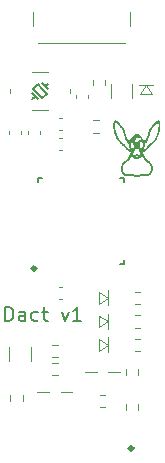
<source format=gbr>
%TF.GenerationSoftware,KiCad,Pcbnew,(6.0.8)*%
%TF.CreationDate,2022-12-17T22:06:37+01:00*%
%TF.ProjectId,Dact,44616374-2e6b-4696-9361-645f70636258,rev?*%
%TF.SameCoordinates,Original*%
%TF.FileFunction,Legend,Top*%
%TF.FilePolarity,Positive*%
%FSLAX46Y46*%
G04 Gerber Fmt 4.6, Leading zero omitted, Abs format (unit mm)*
G04 Created by KiCad (PCBNEW (6.0.8)) date 2022-12-17 22:06:37*
%MOMM*%
%LPD*%
G01*
G04 APERTURE LIST*
%ADD10C,0.200000*%
%ADD11C,0.120000*%
%ADD12C,0.100000*%
%ADD13C,0.150000*%
%ADD14C,0.310000*%
G04 APERTURE END LIST*
D10*
X143170000Y-81277857D02*
X143170000Y-80077857D01*
X143455714Y-80077857D01*
X143627142Y-80135000D01*
X143741428Y-80249285D01*
X143798571Y-80363571D01*
X143855714Y-80592142D01*
X143855714Y-80763571D01*
X143798571Y-80992142D01*
X143741428Y-81106428D01*
X143627142Y-81220714D01*
X143455714Y-81277857D01*
X143170000Y-81277857D01*
X144884285Y-81277857D02*
X144884285Y-80649285D01*
X144827142Y-80535000D01*
X144712857Y-80477857D01*
X144484285Y-80477857D01*
X144370000Y-80535000D01*
X144884285Y-81220714D02*
X144770000Y-81277857D01*
X144484285Y-81277857D01*
X144370000Y-81220714D01*
X144312857Y-81106428D01*
X144312857Y-80992142D01*
X144370000Y-80877857D01*
X144484285Y-80820714D01*
X144770000Y-80820714D01*
X144884285Y-80763571D01*
X145970000Y-81220714D02*
X145855714Y-81277857D01*
X145627142Y-81277857D01*
X145512857Y-81220714D01*
X145455714Y-81163571D01*
X145398571Y-81049285D01*
X145398571Y-80706428D01*
X145455714Y-80592142D01*
X145512857Y-80535000D01*
X145627142Y-80477857D01*
X145855714Y-80477857D01*
X145970000Y-80535000D01*
X146312857Y-80477857D02*
X146770000Y-80477857D01*
X146484285Y-80077857D02*
X146484285Y-81106428D01*
X146541428Y-81220714D01*
X146655714Y-81277857D01*
X146770000Y-81277857D01*
X147970000Y-80477857D02*
X148255714Y-81277857D01*
X148541428Y-80477857D01*
X149627142Y-81277857D02*
X148941428Y-81277857D01*
X149284285Y-81277857D02*
X149284285Y-80077857D01*
X149170000Y-80249285D01*
X149055714Y-80363571D01*
X148941428Y-80420714D01*
%TO.C,G\u002A\u002A\u002A*%
G36*
X153750128Y-65937623D02*
G01*
X153774572Y-65884736D01*
X153801189Y-65834807D01*
X153829327Y-65789176D01*
X153849055Y-65761209D01*
X153878815Y-65724923D01*
X153911834Y-65690801D01*
X153946808Y-65660029D01*
X153982437Y-65633792D01*
X154003007Y-65621052D01*
X154014792Y-65613943D01*
X154023052Y-65607604D01*
X154029611Y-65600149D01*
X154036292Y-65589693D01*
X154040482Y-65582332D01*
X154256027Y-65582332D01*
X154257812Y-65584576D01*
X154264420Y-65587193D01*
X154274155Y-65589806D01*
X154285321Y-65592035D01*
X154296222Y-65593502D01*
X154305160Y-65593827D01*
X154306873Y-65593688D01*
X154315378Y-65592159D01*
X154327866Y-65589287D01*
X154342034Y-65585613D01*
X154346253Y-65584440D01*
X154359439Y-65580647D01*
X154367090Y-65578102D01*
X154369994Y-65576291D01*
X154368937Y-65574701D01*
X154364708Y-65572817D01*
X154364302Y-65572656D01*
X154349174Y-65568003D01*
X154332623Y-65564972D01*
X154317498Y-65563991D01*
X154310356Y-65564554D01*
X154300136Y-65566750D01*
X154288014Y-65570062D01*
X154275766Y-65573909D01*
X154265171Y-65577708D01*
X154258006Y-65580879D01*
X154256027Y-65582332D01*
X154040482Y-65582332D01*
X154040495Y-65582310D01*
X154066950Y-65541253D01*
X154097444Y-65505279D01*
X154131780Y-65474529D01*
X154169764Y-65449142D01*
X154211199Y-65429260D01*
X154255892Y-65415022D01*
X154280620Y-65409849D01*
X154318390Y-65406498D01*
X154357368Y-65409029D01*
X154396657Y-65417106D01*
X154435361Y-65430394D01*
X154472584Y-65448558D01*
X154507428Y-65471262D01*
X154538997Y-65498173D01*
X154551479Y-65511105D01*
X154563223Y-65525024D01*
X154576014Y-65541787D01*
X154588612Y-65559611D01*
X154599772Y-65576716D01*
X154608253Y-65591321D01*
X154610363Y-65595523D01*
X154615600Y-65603329D01*
X154624374Y-65611034D01*
X154637948Y-65619723D01*
X154639685Y-65620726D01*
X154682563Y-65648915D01*
X154723584Y-65683151D01*
X154762481Y-65723112D01*
X154798984Y-65768474D01*
X154832826Y-65818916D01*
X154863736Y-65874116D01*
X154881158Y-65910252D01*
X154891744Y-65934586D01*
X154902739Y-65961702D01*
X154913508Y-65989892D01*
X154923422Y-66017446D01*
X154931846Y-66042656D01*
X154938150Y-66063812D01*
X154938625Y-66065588D01*
X154941904Y-66076552D01*
X154944990Y-66084473D01*
X154947246Y-66087728D01*
X154947341Y-66087739D01*
X154951063Y-66085059D01*
X154957768Y-66077474D01*
X154966993Y-66065663D01*
X154978274Y-66050306D01*
X154991147Y-66032082D01*
X155005149Y-66011673D01*
X155019818Y-65989757D01*
X155034688Y-65967014D01*
X155049298Y-65944126D01*
X155063183Y-65921770D01*
X155075880Y-65900629D01*
X155081734Y-65890559D01*
X155108474Y-65842253D01*
X155133656Y-65793118D01*
X155157515Y-65742533D01*
X155180283Y-65689875D01*
X155202194Y-65634524D01*
X155223483Y-65575856D01*
X155244384Y-65513251D01*
X155265129Y-65446086D01*
X155285952Y-65373739D01*
X155307089Y-65295589D01*
X155310937Y-65280885D01*
X155328859Y-65215850D01*
X155347321Y-65156563D01*
X155366653Y-65102210D01*
X155387185Y-65051981D01*
X155409246Y-65005064D01*
X155433167Y-64960644D01*
X155456608Y-64922054D01*
X155473639Y-64896089D01*
X155490507Y-64871778D01*
X155507888Y-64848303D01*
X155526461Y-64824844D01*
X155546904Y-64800582D01*
X155569895Y-64774698D01*
X155596113Y-64746374D01*
X155626235Y-64714789D01*
X155639777Y-64700803D01*
X155661639Y-64678244D01*
X155680749Y-64658343D01*
X155697861Y-64640259D01*
X155713726Y-64623147D01*
X155729096Y-64606164D01*
X155744723Y-64588468D01*
X155761360Y-64569215D01*
X155779757Y-64547562D01*
X155800667Y-64522665D01*
X155824842Y-64493683D01*
X155829627Y-64487933D01*
X155848522Y-64465419D01*
X155867663Y-64442976D01*
X155886261Y-64421504D01*
X155903525Y-64401903D01*
X155918666Y-64385072D01*
X155930896Y-64371911D01*
X155936268Y-64366390D01*
X155971108Y-64334751D01*
X156005824Y-64309666D01*
X156040441Y-64291124D01*
X156074981Y-64279118D01*
X156109467Y-64273638D01*
X156143924Y-64274676D01*
X156167317Y-64279092D01*
X156189386Y-64285710D01*
X156207114Y-64293798D01*
X156222721Y-64304657D01*
X156238428Y-64319590D01*
X156240908Y-64322239D01*
X156257017Y-64342975D01*
X156271842Y-64368487D01*
X156284448Y-64396999D01*
X156291810Y-64419018D01*
X156303183Y-64466374D01*
X156311699Y-64519088D01*
X156317400Y-64576630D01*
X156320324Y-64638469D01*
X156320513Y-64704075D01*
X156318006Y-64772917D01*
X156312844Y-64844463D01*
X156305068Y-64918184D01*
X156294718Y-64993549D01*
X156281834Y-65070027D01*
X156266457Y-65147087D01*
X156248626Y-65224198D01*
X156228383Y-65300830D01*
X156223431Y-65318191D01*
X156189800Y-65425659D01*
X156152086Y-65529835D01*
X156110488Y-65630305D01*
X156065207Y-65726652D01*
X156016442Y-65818460D01*
X155964392Y-65905315D01*
X155909257Y-65986801D01*
X155889621Y-66013505D01*
X155851105Y-66062406D01*
X155809139Y-66111406D01*
X155764869Y-66159316D01*
X155719442Y-66204949D01*
X155674005Y-66247119D01*
X155629705Y-66284637D01*
X155621418Y-66291214D01*
X155589015Y-66316787D01*
X155561007Y-66339257D01*
X155536494Y-66359402D01*
X155514580Y-66378002D01*
X155494365Y-66395834D01*
X155474953Y-66413678D01*
X155455443Y-66432312D01*
X155434940Y-66452514D01*
X155432323Y-66455127D01*
X155395732Y-66492646D01*
X155362569Y-66528768D01*
X155331168Y-66565424D01*
X155299864Y-66604543D01*
X155274403Y-66638058D01*
X155236093Y-66686133D01*
X155195318Y-66730618D01*
X155151444Y-66772016D01*
X155103836Y-66810827D01*
X155051858Y-66847552D01*
X154994877Y-66882692D01*
X154932258Y-66916748D01*
X154902637Y-66931577D01*
X154842082Y-66961176D01*
X154848905Y-66978146D01*
X154852111Y-66986498D01*
X154857027Y-66999780D01*
X154863193Y-67016727D01*
X154870150Y-67036077D01*
X154877439Y-67056563D01*
X154878338Y-67059109D01*
X154893114Y-67100751D01*
X154906111Y-67136939D01*
X154917641Y-67168440D01*
X154928015Y-67196021D01*
X154937542Y-67220450D01*
X154946534Y-67242493D01*
X154955301Y-67262920D01*
X154964154Y-67282496D01*
X154973402Y-67301990D01*
X154983357Y-67322169D01*
X154990467Y-67336239D01*
X155022771Y-67394841D01*
X155058106Y-67449375D01*
X155097016Y-67500425D01*
X155140045Y-67548575D01*
X155187733Y-67594411D01*
X155240626Y-67638518D01*
X155299265Y-67681479D01*
X155330507Y-67702450D01*
X155356650Y-67719581D01*
X155378080Y-67733792D01*
X155395614Y-67745701D01*
X155410069Y-67755923D01*
X155422260Y-67765078D01*
X155433004Y-67773780D01*
X155443118Y-67782649D01*
X155453417Y-67792300D01*
X155464719Y-67803352D01*
X155467071Y-67805685D01*
X155510414Y-67853351D01*
X155548900Y-67905386D01*
X155582484Y-67961697D01*
X155611121Y-68022188D01*
X155634766Y-68086767D01*
X155653375Y-68155339D01*
X155665947Y-68221481D01*
X155668890Y-68245491D01*
X155671157Y-68273955D01*
X155672723Y-68305308D01*
X155673566Y-68337982D01*
X155673664Y-68370411D01*
X155672994Y-68401027D01*
X155671533Y-68428265D01*
X155669263Y-68450530D01*
X155657000Y-68519197D01*
X155639917Y-68583988D01*
X155618118Y-68644743D01*
X155591705Y-68701306D01*
X155560781Y-68753519D01*
X155525448Y-68801224D01*
X155485810Y-68844265D01*
X155441968Y-68882482D01*
X155394025Y-68915719D01*
X155350742Y-68939634D01*
X155297181Y-68962482D01*
X155240443Y-68979734D01*
X155180791Y-68991385D01*
X155118485Y-68997430D01*
X155053786Y-68997864D01*
X154986955Y-68992681D01*
X154918254Y-68981878D01*
X154847942Y-68965449D01*
X154796402Y-68950112D01*
X154769070Y-68941257D01*
X154747177Y-68952841D01*
X154711113Y-68971872D01*
X154680114Y-68988096D01*
X154653479Y-69001845D01*
X154630508Y-69013450D01*
X154610502Y-69023243D01*
X154592762Y-69031556D01*
X154576587Y-69038721D01*
X154561278Y-69045071D01*
X154546134Y-69050936D01*
X154530457Y-69056649D01*
X154522203Y-69059551D01*
X154470452Y-69075195D01*
X154417873Y-69086554D01*
X154365774Y-69093450D01*
X154315458Y-69095705D01*
X154272416Y-69093584D01*
X154220335Y-69085921D01*
X154166204Y-69073359D01*
X154111749Y-69056366D01*
X154060234Y-69036083D01*
X154044368Y-69028872D01*
X154024974Y-69019551D01*
X154001628Y-69007905D01*
X153973907Y-68993719D01*
X153941388Y-68976780D01*
X153903648Y-68956873D01*
X153896418Y-68953038D01*
X153874840Y-68941583D01*
X153829145Y-68955121D01*
X153770906Y-68971084D01*
X153716555Y-68983197D01*
X153664818Y-68991666D01*
X153614422Y-68996698D01*
X153564094Y-68998499D01*
X153560988Y-68998509D01*
X153496148Y-68995634D01*
X153434180Y-68986905D01*
X153375249Y-68972433D01*
X153319519Y-68952330D01*
X153267153Y-68926707D01*
X153218317Y-68895676D01*
X153173174Y-68859349D01*
X153131888Y-68817837D01*
X153094624Y-68771252D01*
X153061546Y-68719705D01*
X153032818Y-68663309D01*
X153018773Y-68629859D01*
X152997839Y-68567353D01*
X152982500Y-68501464D01*
X152972751Y-68432167D01*
X152969059Y-68376693D01*
X152969279Y-68326427D01*
X153126590Y-68326427D01*
X153127250Y-68384640D01*
X153132783Y-68441410D01*
X153143052Y-68496234D01*
X153157921Y-68548609D01*
X153177254Y-68598030D01*
X153200914Y-68643994D01*
X153228765Y-68685999D01*
X153260671Y-68723539D01*
X153286717Y-68748069D01*
X153326129Y-68777435D01*
X153368918Y-68801189D01*
X153415051Y-68819329D01*
X153464497Y-68831852D01*
X153517226Y-68838755D01*
X153573205Y-68840038D01*
X153632404Y-68835696D01*
X153694791Y-68825727D01*
X153760334Y-68810130D01*
X153825696Y-68790029D01*
X153843011Y-68784198D01*
X153857345Y-68779807D01*
X153869667Y-68777036D01*
X153880942Y-68776065D01*
X153892138Y-68777075D01*
X153904222Y-68780245D01*
X153918160Y-68785756D01*
X153934919Y-68793788D01*
X153955466Y-68804520D01*
X153980769Y-68818134D01*
X153982991Y-68819333D01*
X154022522Y-68840452D01*
X154057082Y-68858434D01*
X154087292Y-68873577D01*
X154113778Y-68886177D01*
X154137160Y-68896532D01*
X154158061Y-68904938D01*
X154175964Y-68911315D01*
X154220098Y-68924283D01*
X154261328Y-68932662D01*
X154301268Y-68936619D01*
X154341534Y-68936325D01*
X154379069Y-68932609D01*
X154401516Y-68929020D01*
X154423625Y-68924334D01*
X154446059Y-68918282D01*
X154469480Y-68910598D01*
X154494551Y-68901012D01*
X154521933Y-68889257D01*
X154552291Y-68875065D01*
X154586286Y-68858167D01*
X154624580Y-68838296D01*
X154663524Y-68817510D01*
X154688584Y-68804022D01*
X154708865Y-68793411D01*
X154725401Y-68785510D01*
X154739226Y-68780146D01*
X154751372Y-68777150D01*
X154762874Y-68776351D01*
X154774765Y-68777580D01*
X154788079Y-68780666D01*
X154803849Y-68785439D01*
X154822093Y-68791396D01*
X154864571Y-68804842D01*
X154902382Y-68815683D01*
X154936778Y-68824148D01*
X154969012Y-68830464D01*
X155000338Y-68834861D01*
X155032008Y-68837567D01*
X155065274Y-68838809D01*
X155082984Y-68838953D01*
X155116315Y-68838427D01*
X155144959Y-68836671D01*
X155170725Y-68833405D01*
X155195421Y-68828348D01*
X155220855Y-68821223D01*
X155241122Y-68814485D01*
X155285224Y-68795640D01*
X155326202Y-68771151D01*
X155363837Y-68741258D01*
X155397911Y-68706200D01*
X155428204Y-68666219D01*
X155454498Y-68621554D01*
X155476576Y-68572446D01*
X155486515Y-68544628D01*
X155501179Y-68490762D01*
X155511129Y-68433795D01*
X155516174Y-68375385D01*
X155516121Y-68317188D01*
X155514982Y-68298703D01*
X155507058Y-68232386D01*
X155493813Y-68169398D01*
X155475316Y-68109926D01*
X155451639Y-68054157D01*
X155422853Y-68002280D01*
X155389029Y-67954480D01*
X155380068Y-67943514D01*
X155361839Y-67923339D01*
X155342013Y-67904609D01*
X155319338Y-67886281D01*
X155292560Y-67867312D01*
X155273320Y-67854756D01*
X155204989Y-67809119D01*
X155142765Y-67762980D01*
X155086195Y-67715926D01*
X155034822Y-67667547D01*
X154988192Y-67617430D01*
X154945850Y-67565165D01*
X154931386Y-67545490D01*
X154905243Y-67506495D01*
X154878762Y-67462280D01*
X154852611Y-67414109D01*
X154827456Y-67363247D01*
X154803964Y-67310960D01*
X154790460Y-67278211D01*
X154782101Y-67257637D01*
X154775706Y-67242964D01*
X154771105Y-67233887D01*
X154768126Y-67230100D01*
X154766600Y-67231297D01*
X154766305Y-67234946D01*
X154765041Y-67242046D01*
X154761629Y-67253560D01*
X154756643Y-67267932D01*
X154750651Y-67283602D01*
X154744227Y-67299012D01*
X154737942Y-67312604D01*
X154737527Y-67313437D01*
X154712735Y-67355689D01*
X154682436Y-67394830D01*
X154647148Y-67430354D01*
X154607389Y-67461752D01*
X154563676Y-67488517D01*
X154553395Y-67493825D01*
X154528843Y-67504761D01*
X154499863Y-67515502D01*
X154468572Y-67525369D01*
X154437089Y-67533684D01*
X154413527Y-67538698D01*
X154393038Y-67542086D01*
X154373352Y-67544313D01*
X154352172Y-67545562D01*
X154327203Y-67546016D01*
X154321640Y-67546027D01*
X154266144Y-67543243D01*
X154212250Y-67535049D01*
X154160485Y-67521686D01*
X154111376Y-67503390D01*
X154065449Y-67480401D01*
X154023231Y-67452957D01*
X153985248Y-67421298D01*
X153952028Y-67385661D01*
X153943335Y-67374584D01*
X153941781Y-67372287D01*
X154224832Y-67372287D01*
X154228046Y-67375040D01*
X154237453Y-67378182D01*
X154252700Y-67381631D01*
X154273432Y-67385304D01*
X154295387Y-67388582D01*
X154307160Y-67389264D01*
X154323573Y-67388929D01*
X154342804Y-67387707D01*
X154363032Y-67385728D01*
X154382433Y-67383120D01*
X154389735Y-67381897D01*
X154402476Y-67379254D01*
X154412317Y-67376532D01*
X154417795Y-67374167D01*
X154418449Y-67373324D01*
X154416081Y-67367651D01*
X154409821Y-67359274D01*
X154400934Y-67349545D01*
X154390686Y-67339819D01*
X154380344Y-67331447D01*
X154377316Y-67329339D01*
X154364069Y-67321751D01*
X154349081Y-67314889D01*
X154340902Y-67311932D01*
X154329493Y-67308728D01*
X154321221Y-67307712D01*
X154313070Y-67308799D01*
X154305316Y-67310913D01*
X154292509Y-67315293D01*
X154279770Y-67320539D01*
X154275705Y-67322484D01*
X154267547Y-67327752D01*
X154257610Y-67335753D01*
X154247160Y-67345249D01*
X154237465Y-67355000D01*
X154229789Y-67363765D01*
X154225399Y-67370306D01*
X154224832Y-67372287D01*
X153941781Y-67372287D01*
X153924943Y-67347403D01*
X153907788Y-67316868D01*
X153893303Y-67285702D01*
X153885238Y-67264118D01*
X153881062Y-67251429D01*
X153877540Y-67240789D01*
X153875277Y-67234023D01*
X153874940Y-67233036D01*
X153873238Y-67234280D01*
X153869571Y-67240770D01*
X153864360Y-67251640D01*
X153858022Y-67266021D01*
X153851957Y-67280620D01*
X153819514Y-67355691D01*
X153785188Y-67424975D01*
X153748463Y-67489105D01*
X153708823Y-67548713D01*
X153665753Y-67604431D01*
X153618738Y-67656892D01*
X153567262Y-67706727D01*
X153510809Y-67754570D01*
X153448865Y-67801053D01*
X153401137Y-67833663D01*
X153373148Y-67852245D01*
X153349987Y-67867976D01*
X153330892Y-67881449D01*
X153315102Y-67893256D01*
X153301858Y-67903988D01*
X153290398Y-67914240D01*
X153279962Y-67924602D01*
X153269789Y-67935667D01*
X153269016Y-67936540D01*
X153234928Y-67979999D01*
X153205034Y-68028208D01*
X153179562Y-68080691D01*
X153158736Y-68136971D01*
X153142785Y-68196569D01*
X153140433Y-68207687D01*
X153130939Y-68267275D01*
X153126590Y-68326427D01*
X152969279Y-68326427D01*
X152969365Y-68306809D01*
X152975250Y-68237766D01*
X152986538Y-68170106D01*
X153003049Y-68104373D01*
X153024605Y-68041110D01*
X153051027Y-67980863D01*
X153082137Y-67924174D01*
X153117757Y-67871587D01*
X153146516Y-67836087D01*
X153159893Y-67821066D01*
X153172428Y-67807739D01*
X153184890Y-67795488D01*
X153198045Y-67783696D01*
X153212659Y-67771746D01*
X153229499Y-67759021D01*
X153249332Y-67744903D01*
X153272925Y-67728775D01*
X153301044Y-67710019D01*
X153312532Y-67702434D01*
X153365942Y-67665671D01*
X153414840Y-67628568D01*
X153459631Y-67590569D01*
X153500715Y-67551122D01*
X153538497Y-67509670D01*
X153573379Y-67465660D01*
X153605764Y-67418537D01*
X153636053Y-67367747D01*
X153664651Y-67312736D01*
X153691960Y-67252948D01*
X153718382Y-67187831D01*
X153741797Y-67123735D01*
X154021908Y-67123735D01*
X154022299Y-67137437D01*
X154024399Y-67165096D01*
X154028180Y-67188590D01*
X154034181Y-67210218D01*
X154042937Y-67232278D01*
X154046041Y-67239028D01*
X154052206Y-67250937D01*
X154059640Y-67263598D01*
X154067449Y-67275686D01*
X154074738Y-67285873D01*
X154080611Y-67292834D01*
X154083988Y-67295248D01*
X154086635Y-67292793D01*
X154091584Y-67286275D01*
X154096672Y-67278758D01*
X154121208Y-67246755D01*
X154150822Y-67218160D01*
X154184658Y-67193572D01*
X154221865Y-67173588D01*
X154261589Y-67158802D01*
X154272437Y-67155830D01*
X154295319Y-67150741D01*
X154314789Y-67148375D01*
X154333352Y-67148732D01*
X154353512Y-67151815D01*
X154371093Y-67155893D01*
X154410865Y-67169064D01*
X154448550Y-67187598D01*
X154483230Y-67210854D01*
X154513993Y-67238191D01*
X154539921Y-67268968D01*
X154546609Y-67278758D01*
X154552595Y-67287541D01*
X154557255Y-67293549D01*
X154559293Y-67295338D01*
X154562805Y-67292630D01*
X154568609Y-67285493D01*
X154575828Y-67275243D01*
X154583579Y-67263195D01*
X154590985Y-67250665D01*
X154597165Y-67238970D01*
X154597652Y-67237959D01*
X154605885Y-67219557D01*
X154611905Y-67202856D01*
X154616023Y-67186213D01*
X154618551Y-67167987D01*
X154619801Y-67146536D01*
X154620084Y-67120218D01*
X154620082Y-67119819D01*
X154619789Y-67096608D01*
X154618996Y-67078212D01*
X154617549Y-67062893D01*
X154615297Y-67048912D01*
X154612874Y-67037778D01*
X154596211Y-66980690D01*
X154573168Y-66922676D01*
X154543832Y-66863925D01*
X154508290Y-66804628D01*
X154500268Y-66792454D01*
X154486032Y-66771141D01*
X154474976Y-66754670D01*
X154473993Y-66753248D01*
X154899548Y-66753248D01*
X154901938Y-66753803D01*
X154906933Y-66751537D01*
X154914582Y-66747107D01*
X154917661Y-66745304D01*
X154930799Y-66737398D01*
X154946305Y-66727683D01*
X154961139Y-66718071D01*
X154963204Y-66716698D01*
X155019025Y-66675933D01*
X155069633Y-66631529D01*
X155115600Y-66582943D01*
X155149486Y-66540607D01*
X155178039Y-66503044D01*
X155205731Y-66468480D01*
X155233839Y-66435447D01*
X155263643Y-66402475D01*
X155296420Y-66368098D01*
X155323897Y-66340338D01*
X155342364Y-66322037D01*
X155359246Y-66305608D01*
X155375279Y-66290413D01*
X155391199Y-66275812D01*
X155407745Y-66261168D01*
X155425652Y-66245842D01*
X155445658Y-66229194D01*
X155468499Y-66210586D01*
X155494912Y-66189379D01*
X155525634Y-66164934D01*
X155532571Y-66159434D01*
X155572270Y-66125997D01*
X155613395Y-66087681D01*
X155654830Y-66045661D01*
X155695460Y-66001111D01*
X155734173Y-65955203D01*
X155768521Y-65910912D01*
X155822096Y-65833725D01*
X155872545Y-65751175D01*
X155919670Y-65663772D01*
X155963275Y-65572025D01*
X156003160Y-65476444D01*
X156039129Y-65377542D01*
X156070984Y-65275826D01*
X156098526Y-65171808D01*
X156121558Y-65065998D01*
X156139883Y-64958906D01*
X156141325Y-64949005D01*
X156148729Y-64893481D01*
X156154300Y-64842175D01*
X156158191Y-64793047D01*
X156160555Y-64744061D01*
X156161547Y-64693177D01*
X156161599Y-64679910D01*
X156161002Y-64629554D01*
X156159051Y-64585047D01*
X156155679Y-64545798D01*
X156150815Y-64511219D01*
X156144389Y-64480722D01*
X156136333Y-64453716D01*
X156134267Y-64448004D01*
X156130303Y-64437890D01*
X156127145Y-64432625D01*
X156123328Y-64430899D01*
X156117386Y-64431401D01*
X156115958Y-64431630D01*
X156106483Y-64434186D01*
X156096124Y-64439107D01*
X156084533Y-64446729D01*
X156071362Y-64457387D01*
X156056261Y-64471418D01*
X156038881Y-64489158D01*
X156018875Y-64510941D01*
X155995892Y-64537105D01*
X155969585Y-64567983D01*
X155950068Y-64591305D01*
X155924831Y-64621555D01*
X155902904Y-64647624D01*
X155883468Y-64670429D01*
X155865704Y-64690890D01*
X155848791Y-64709927D01*
X155831911Y-64728456D01*
X155814242Y-64747398D01*
X155794966Y-64767672D01*
X155773263Y-64790195D01*
X155765375Y-64798334D01*
X155729272Y-64835990D01*
X155697626Y-64870045D01*
X155669912Y-64901176D01*
X155645610Y-64930060D01*
X155624197Y-64957374D01*
X155605152Y-64983797D01*
X155587952Y-65010004D01*
X155572076Y-65036673D01*
X155557002Y-65064481D01*
X155550658Y-65076913D01*
X155537448Y-65104206D01*
X155525295Y-65131517D01*
X155513886Y-65159752D01*
X155502909Y-65189818D01*
X155492048Y-65222624D01*
X155480990Y-65259075D01*
X155469423Y-65300080D01*
X155457031Y-65346546D01*
X155455740Y-65351506D01*
X155427853Y-65453632D01*
X155398732Y-65549752D01*
X155368143Y-65640350D01*
X155335854Y-65725907D01*
X155301630Y-65806904D01*
X155265239Y-65883825D01*
X155226446Y-65957149D01*
X155185018Y-66027361D01*
X155140722Y-66094941D01*
X155093324Y-66160370D01*
X155042591Y-66224132D01*
X155019987Y-66250816D01*
X154982646Y-66294112D01*
X154981481Y-66367314D01*
X154977898Y-66442457D01*
X154969510Y-66513749D01*
X154956166Y-66581966D01*
X154937715Y-66647883D01*
X154915104Y-66709612D01*
X154907542Y-66728053D01*
X154902398Y-66741033D01*
X154899717Y-66749211D01*
X154899548Y-66753248D01*
X154473993Y-66753248D01*
X154466554Y-66742481D01*
X154460221Y-66734011D01*
X154455433Y-66728700D01*
X154451644Y-66725984D01*
X154448310Y-66725304D01*
X154444886Y-66726097D01*
X154440827Y-66727801D01*
X154438486Y-66728781D01*
X154419088Y-66733452D01*
X154398498Y-66733156D01*
X154378478Y-66728288D01*
X154360790Y-66719247D01*
X154348929Y-66708604D01*
X154343433Y-66700351D01*
X154337206Y-66688436D01*
X154331590Y-66675427D01*
X154331548Y-66675318D01*
X154327197Y-66664273D01*
X154323727Y-66656096D01*
X154321783Y-66652289D01*
X154321640Y-66652183D01*
X154320051Y-66655009D01*
X154316817Y-66662485D01*
X154312582Y-66673109D01*
X154311733Y-66675318D01*
X154306127Y-66688326D01*
X154299900Y-66700260D01*
X154294392Y-66708556D01*
X154294352Y-66708604D01*
X154280362Y-66720556D01*
X154262493Y-66728995D01*
X154242673Y-66733466D01*
X154222829Y-66733519D01*
X154206276Y-66729302D01*
X154198160Y-66726135D01*
X154192820Y-66724459D01*
X154192223Y-66724380D01*
X154188623Y-66727074D01*
X154182225Y-66734617D01*
X154173560Y-66746203D01*
X154163158Y-66761025D01*
X154151549Y-66778274D01*
X154139264Y-66797144D01*
X154126834Y-66816827D01*
X154114788Y-66836516D01*
X154103657Y-66855405D01*
X154093972Y-66872685D01*
X154090484Y-66879227D01*
X154065174Y-66932019D01*
X154045758Y-66982498D01*
X154032140Y-67031033D01*
X154024222Y-67077989D01*
X154021908Y-67123735D01*
X153741797Y-67123735D01*
X153744320Y-67116829D01*
X153750106Y-67100058D01*
X153759864Y-67071658D01*
X153768110Y-67048074D01*
X153775361Y-67027879D01*
X153782137Y-67009646D01*
X153788955Y-66991950D01*
X153794419Y-66978146D01*
X153801199Y-66961176D01*
X153740643Y-66931577D01*
X153675332Y-66897840D01*
X153615938Y-66863240D01*
X153561829Y-66827277D01*
X153512369Y-66789449D01*
X153466923Y-66749256D01*
X153424858Y-66706196D01*
X153385537Y-66659769D01*
X153368877Y-66638058D01*
X153319304Y-66574272D01*
X153269164Y-66515460D01*
X153217220Y-66460362D01*
X153162234Y-66407715D01*
X153102967Y-66356257D01*
X153053281Y-66316374D01*
X152981331Y-66257500D01*
X152915042Y-66197075D01*
X152853542Y-66134157D01*
X152795956Y-66067803D01*
X152741411Y-65997070D01*
X152693996Y-65928579D01*
X152638890Y-65839593D01*
X152587493Y-65745548D01*
X152539994Y-65646924D01*
X152496584Y-65544202D01*
X152457452Y-65437862D01*
X152422787Y-65328385D01*
X152392780Y-65216251D01*
X152367650Y-65102089D01*
X152353146Y-65022004D01*
X152341414Y-64943510D01*
X152332467Y-64867075D01*
X152326316Y-64793166D01*
X152322970Y-64722250D01*
X152322751Y-64694227D01*
X152481109Y-64694227D01*
X152482593Y-64748232D01*
X152485853Y-64804415D01*
X152490907Y-64862182D01*
X152494126Y-64891576D01*
X152508754Y-64995665D01*
X152528160Y-65099372D01*
X152552132Y-65202128D01*
X152580458Y-65303363D01*
X152612924Y-65402509D01*
X152649318Y-65498996D01*
X152689428Y-65592255D01*
X152733041Y-65681715D01*
X152779945Y-65766809D01*
X152829926Y-65846966D01*
X152874596Y-65910692D01*
X152917404Y-65966010D01*
X152960840Y-66016986D01*
X153006132Y-66064869D01*
X153054505Y-66110909D01*
X153107188Y-66156357D01*
X153146808Y-66188116D01*
X153222436Y-66249897D01*
X153292437Y-66312978D01*
X153357738Y-66378298D01*
X153419264Y-66446796D01*
X153477942Y-66519413D01*
X153492879Y-66539127D01*
X153528689Y-66584110D01*
X153565085Y-66623786D01*
X153603315Y-66659379D01*
X153644625Y-66692113D01*
X153659777Y-66702936D01*
X153673807Y-66712484D01*
X153688908Y-66722386D01*
X153704055Y-66732015D01*
X153718226Y-66740746D01*
X153730399Y-66747953D01*
X153739550Y-66753010D01*
X153744656Y-66755291D01*
X153745327Y-66755297D01*
X153744683Y-66751979D01*
X153741905Y-66744070D01*
X153737508Y-66732983D01*
X153734976Y-66726951D01*
X153710214Y-66661418D01*
X153690184Y-66592347D01*
X153675128Y-66520985D01*
X153665283Y-66448577D01*
X153661680Y-66389382D01*
X153819691Y-66389382D01*
X153825185Y-66457203D01*
X153836729Y-66524350D01*
X153854403Y-66591617D01*
X153864001Y-66621045D01*
X153869569Y-66636313D01*
X153876303Y-66653409D01*
X153883735Y-66671295D01*
X153891398Y-66688935D01*
X153898824Y-66705291D01*
X153905546Y-66719324D01*
X153911098Y-66729998D01*
X153915011Y-66736276D01*
X153916450Y-66737506D01*
X153919313Y-66735041D01*
X153925061Y-66728410D01*
X153932728Y-66718764D01*
X153937800Y-66712074D01*
X153952075Y-66694405D01*
X153970264Y-66674136D01*
X153991021Y-66652591D01*
X154013003Y-66631098D01*
X154034863Y-66610984D01*
X154055257Y-66593575D01*
X154067906Y-66583734D01*
X154099675Y-66560311D01*
X154098338Y-66557027D01*
X154544355Y-66557027D01*
X154545942Y-66562202D01*
X154552863Y-66567899D01*
X154553074Y-66568025D01*
X154570519Y-66579709D01*
X154590834Y-66595586D01*
X154612925Y-66614623D01*
X154635697Y-66635781D01*
X154658055Y-66658027D01*
X154678905Y-66680323D01*
X154697152Y-66701634D01*
X154705316Y-66712074D01*
X154713726Y-66722951D01*
X154720780Y-66731506D01*
X154725510Y-66736594D01*
X154726831Y-66737506D01*
X154729046Y-66734709D01*
X154733406Y-66727058D01*
X154739319Y-66715662D01*
X154746189Y-66701631D01*
X154747480Y-66698915D01*
X154774525Y-66634438D01*
X154795867Y-66567706D01*
X154811357Y-66499487D01*
X154820850Y-66430546D01*
X154824199Y-66361651D01*
X154822376Y-66307361D01*
X154820707Y-66286647D01*
X154818673Y-66265568D01*
X154816495Y-66246186D01*
X154814394Y-66230566D01*
X154813714Y-66226352D01*
X154810976Y-66211682D01*
X154807441Y-66194555D01*
X154803412Y-66176241D01*
X154799189Y-66158012D01*
X154795076Y-66141137D01*
X154791372Y-66126889D01*
X154788382Y-66116539D01*
X154786416Y-66111374D01*
X154780677Y-66107177D01*
X154769462Y-66103246D01*
X154753857Y-66099821D01*
X154734949Y-66097138D01*
X154713824Y-66095437D01*
X154713798Y-66095436D01*
X154687560Y-66095131D01*
X154663632Y-66097391D01*
X154639679Y-66102620D01*
X154613363Y-66111220D01*
X154605979Y-66114007D01*
X154592393Y-66119555D01*
X154584200Y-66123782D01*
X154580504Y-66127241D01*
X154580209Y-66129931D01*
X154588645Y-66161104D01*
X154594772Y-66188261D01*
X154598844Y-66213428D01*
X154601115Y-66238630D01*
X154601838Y-66265895D01*
X154601269Y-66297248D01*
X154601252Y-66297765D01*
X154598649Y-66340793D01*
X154593603Y-66381739D01*
X154585761Y-66422424D01*
X154574766Y-66464669D01*
X154560266Y-66510296D01*
X154559438Y-66512713D01*
X154554162Y-66528096D01*
X154549588Y-66541491D01*
X154546183Y-66551530D01*
X154544413Y-66556844D01*
X154544355Y-66557027D01*
X154098338Y-66557027D01*
X154091322Y-66539794D01*
X154073833Y-66493722D01*
X154058824Y-66447796D01*
X154046697Y-66403434D01*
X154037856Y-66362053D01*
X154034279Y-66339115D01*
X154033086Y-66325185D01*
X154032371Y-66306580D01*
X154032112Y-66284963D01*
X154032235Y-66268555D01*
X154187762Y-66268555D01*
X154189841Y-66300389D01*
X154191352Y-66317343D01*
X154193563Y-66334751D01*
X154196075Y-66349616D01*
X154196926Y-66353553D01*
X154200237Y-66366817D01*
X154204219Y-66381502D01*
X154208482Y-66396320D01*
X154212633Y-66409983D01*
X154216281Y-66421205D01*
X154219034Y-66428696D01*
X154220501Y-66431170D01*
X154220521Y-66431154D01*
X154221776Y-66427729D01*
X154224415Y-66419125D01*
X154228097Y-66406494D01*
X154232483Y-66390990D01*
X154234400Y-66384088D01*
X154240489Y-66362556D01*
X154245545Y-66346267D01*
X154250093Y-66334085D01*
X154254659Y-66324876D01*
X154259768Y-66317508D01*
X154265945Y-66310845D01*
X154270120Y-66306951D01*
X154283017Y-66295299D01*
X154260066Y-66291509D01*
X154247601Y-66288816D01*
X154345079Y-66288816D01*
X154356394Y-66294621D01*
X154368099Y-66301594D01*
X154377699Y-66309882D01*
X154385784Y-66320473D01*
X154392941Y-66334356D01*
X154399757Y-66352519D01*
X154406822Y-66375951D01*
X154408592Y-66382365D01*
X154412867Y-66397249D01*
X154416743Y-66409244D01*
X154419830Y-66417255D01*
X154421743Y-66420186D01*
X154421919Y-66420104D01*
X154423853Y-66415802D01*
X154426629Y-66407030D01*
X154429536Y-66396119D01*
X154433710Y-66376754D01*
X154437371Y-66355235D01*
X154440430Y-66332685D01*
X154442795Y-66310224D01*
X154444379Y-66288977D01*
X154445091Y-66270065D01*
X154444841Y-66254612D01*
X154443540Y-66243740D01*
X154442042Y-66239589D01*
X154438814Y-66238635D01*
X154432452Y-66241918D01*
X154423272Y-66248955D01*
X154403231Y-66263118D01*
X154380035Y-66275726D01*
X154357972Y-66284635D01*
X154345079Y-66288816D01*
X154247601Y-66288816D01*
X154244953Y-66288244D01*
X154227667Y-66283375D01*
X154212438Y-66278137D01*
X154187762Y-66268555D01*
X154032235Y-66268555D01*
X154032284Y-66261996D01*
X154032863Y-66239342D01*
X154033827Y-66218663D01*
X154035151Y-66201622D01*
X154036375Y-66192177D01*
X154037307Y-66184339D01*
X154035506Y-66180228D01*
X154029444Y-66177583D01*
X154025802Y-66176518D01*
X154016864Y-66174344D01*
X154003719Y-66171591D01*
X153988636Y-66168723D01*
X153982094Y-66167567D01*
X153949707Y-66164166D01*
X153920045Y-66165919D01*
X153891513Y-66173042D01*
X153867910Y-66183008D01*
X153855292Y-66189754D01*
X153844629Y-66196402D01*
X153837577Y-66201879D01*
X153836066Y-66203608D01*
X153833767Y-66209680D01*
X153831136Y-66220646D01*
X153828520Y-66234871D01*
X153826535Y-66248551D01*
X153820168Y-66320096D01*
X153819691Y-66389382D01*
X153661680Y-66389382D01*
X153660888Y-66376368D01*
X153660820Y-66340091D01*
X153661662Y-66295452D01*
X153621467Y-66248806D01*
X153561564Y-66175414D01*
X153505657Y-66098812D01*
X153453583Y-66018672D01*
X153405179Y-65934663D01*
X153360286Y-65846458D01*
X153318739Y-65753727D01*
X153280379Y-65656141D01*
X153245042Y-65553371D01*
X153212567Y-65445087D01*
X153196065Y-65383824D01*
X153183921Y-65337556D01*
X153172912Y-65296931D01*
X153162780Y-65261178D01*
X153153272Y-65229526D01*
X153144133Y-65201205D01*
X153135107Y-65175441D01*
X153125940Y-65151465D01*
X153116377Y-65128505D01*
X153106162Y-65105790D01*
X153099518Y-65091757D01*
X153085620Y-65063779D01*
X153071671Y-65037725D01*
X153057175Y-65012943D01*
X153041639Y-64988781D01*
X153024568Y-64964587D01*
X153005465Y-64939710D01*
X152983837Y-64913498D01*
X152959189Y-64885299D01*
X152931025Y-64854461D01*
X152898851Y-64820332D01*
X152872994Y-64793428D01*
X152846562Y-64765825D01*
X152821480Y-64739020D01*
X152796909Y-64712064D01*
X152772012Y-64684010D01*
X152745950Y-64653906D01*
X152717885Y-64620805D01*
X152686978Y-64583757D01*
X152675421Y-64569788D01*
X152644269Y-64532975D01*
X152616308Y-64501850D01*
X152591504Y-64476384D01*
X152569826Y-64456547D01*
X152551240Y-64442309D01*
X152535715Y-64433642D01*
X152523217Y-64430516D01*
X152522494Y-64430504D01*
X152517904Y-64431942D01*
X152513803Y-64437083D01*
X152509264Y-64447167D01*
X152508416Y-64449373D01*
X152499651Y-64477775D01*
X152492545Y-64511934D01*
X152487119Y-64551256D01*
X152483392Y-64595143D01*
X152481382Y-64642999D01*
X152481109Y-64694227D01*
X152322751Y-64694227D01*
X152322442Y-64654795D01*
X152324742Y-64591269D01*
X152329882Y-64532139D01*
X152337872Y-64477871D01*
X152348724Y-64428935D01*
X152351471Y-64419018D01*
X152361831Y-64389431D01*
X152375101Y-64361525D01*
X152390348Y-64337078D01*
X152402373Y-64322239D01*
X152418284Y-64306589D01*
X152433765Y-64295206D01*
X152451037Y-64286788D01*
X152472319Y-64280034D01*
X152475964Y-64279092D01*
X152510413Y-64273633D01*
X152544877Y-64274686D01*
X152579378Y-64282260D01*
X152613940Y-64296362D01*
X152648586Y-64317003D01*
X152683340Y-64344190D01*
X152707013Y-64366390D01*
X152717227Y-64377053D01*
X152730803Y-64391899D01*
X152746952Y-64410029D01*
X152764885Y-64430543D01*
X152783812Y-64452542D01*
X152802944Y-64475126D01*
X152813654Y-64487933D01*
X152838341Y-64517555D01*
X152859650Y-64542965D01*
X152878358Y-64565034D01*
X152895240Y-64584631D01*
X152911074Y-64602626D01*
X152926635Y-64619888D01*
X152942700Y-64637287D01*
X152960045Y-64655693D01*
X152979448Y-64675976D01*
X153001684Y-64699005D01*
X153006945Y-64704435D01*
X153047181Y-64746742D01*
X153082719Y-64785904D01*
X153114132Y-64822684D01*
X153141997Y-64857843D01*
X153166889Y-64892143D01*
X153189381Y-64926347D01*
X153210050Y-64961216D01*
X153229470Y-64997513D01*
X153232293Y-65003092D01*
X153249275Y-65038030D01*
X153264484Y-65071958D01*
X153278352Y-65106070D01*
X153291309Y-65141566D01*
X153303786Y-65179643D01*
X153316213Y-65221498D01*
X153329021Y-65268329D01*
X153332610Y-65282018D01*
X153353731Y-65361012D01*
X153374517Y-65434116D01*
X153395214Y-65501976D01*
X153416065Y-65565241D01*
X153437314Y-65624558D01*
X153459207Y-65680573D01*
X153481986Y-65733934D01*
X153505897Y-65785289D01*
X153531185Y-65835284D01*
X153558092Y-65884568D01*
X153563813Y-65894612D01*
X153575195Y-65913948D01*
X153588092Y-65934995D01*
X153602032Y-65957061D01*
X153616540Y-65979452D01*
X153631144Y-66001475D01*
X153645369Y-66022435D01*
X153658742Y-66041639D01*
X153670789Y-66058395D01*
X153681037Y-66072007D01*
X153689012Y-66081784D01*
X153694240Y-66087031D01*
X153695696Y-66087739D01*
X153697517Y-66084778D01*
X153700707Y-66076678D01*
X153704843Y-66064614D01*
X153709503Y-66049763D01*
X153710355Y-66046919D01*
X153724205Y-66005109D01*
X153893385Y-66005109D01*
X153896485Y-66005874D01*
X153905059Y-66006565D01*
X153918016Y-66007130D01*
X153934267Y-66007516D01*
X153946712Y-66007650D01*
X153965870Y-66007970D01*
X153983717Y-66008648D01*
X153998775Y-66009599D01*
X154009566Y-66010740D01*
X154013165Y-66011423D01*
X154021297Y-66013626D01*
X154027251Y-66014783D01*
X154031369Y-66014094D01*
X154033994Y-66010763D01*
X154035469Y-66003991D01*
X154036136Y-65992981D01*
X154036337Y-65976934D01*
X154036369Y-65967780D01*
X154191914Y-65967780D01*
X154193974Y-65996519D01*
X154198791Y-66025483D01*
X154205512Y-66050625D01*
X154215110Y-66073782D01*
X154227603Y-66094186D01*
X154242251Y-66111240D01*
X154258314Y-66124347D01*
X154275052Y-66132910D01*
X154291727Y-66136333D01*
X154307597Y-66134019D01*
X154308484Y-66133693D01*
X154313836Y-66130404D01*
X154322920Y-66123490D01*
X154334678Y-66113812D01*
X154348050Y-66102229D01*
X154355461Y-66095582D01*
X154386662Y-66068037D01*
X154415022Y-66044786D01*
X154441754Y-66024963D01*
X154468070Y-66007698D01*
X154495182Y-65992124D01*
X154512136Y-65983329D01*
X154554279Y-65964686D01*
X154596900Y-65950536D01*
X154638783Y-65941199D01*
X154678708Y-65936996D01*
X154689302Y-65936783D01*
X154701879Y-65936615D01*
X154711488Y-65936167D01*
X154716618Y-65935522D01*
X154717080Y-65935243D01*
X154715308Y-65930742D01*
X154710485Y-65922027D01*
X154703345Y-65910243D01*
X154694626Y-65896536D01*
X154685062Y-65882050D01*
X154675392Y-65867931D01*
X154666349Y-65855324D01*
X154662080Y-65849669D01*
X154631613Y-65814294D01*
X154599596Y-65784863D01*
X154566232Y-65761478D01*
X154531725Y-65744242D01*
X154496278Y-65733258D01*
X154460095Y-65728629D01*
X154425787Y-65730140D01*
X154402068Y-65733889D01*
X154382281Y-65739017D01*
X154363815Y-65746416D01*
X154344057Y-65756981D01*
X154339588Y-65759632D01*
X154299953Y-65785853D01*
X154266266Y-65813260D01*
X154238658Y-65841709D01*
X154217259Y-65871054D01*
X154202199Y-65901153D01*
X154196560Y-65918365D01*
X154192734Y-65941112D01*
X154191914Y-65967780D01*
X154036369Y-65967780D01*
X154036405Y-65957283D01*
X154036580Y-65935650D01*
X154036978Y-65919148D01*
X154037748Y-65906346D01*
X154039037Y-65895812D01*
X154040996Y-65886115D01*
X154043771Y-65875822D01*
X154045445Y-65870225D01*
X154056960Y-65838530D01*
X154071978Y-65806426D01*
X154089069Y-65776846D01*
X154095752Y-65766957D01*
X154103252Y-65755802D01*
X154106415Y-65749268D01*
X154105161Y-65746982D01*
X154099414Y-65748574D01*
X154092582Y-65751844D01*
X154060505Y-65771613D01*
X154029037Y-65797458D01*
X153998587Y-65828893D01*
X153969562Y-65865433D01*
X153942369Y-65906593D01*
X153917417Y-65951889D01*
X153907966Y-65971463D01*
X153901958Y-65984606D01*
X153897153Y-65995497D01*
X153894132Y-66002797D01*
X153893385Y-66005109D01*
X153724205Y-66005109D01*
X153728505Y-65992130D01*
X153750128Y-65937623D01*
G37*
D11*
%TO.C,R32*%
X153397500Y-85322742D02*
X153397500Y-85797258D01*
X154442500Y-85322742D02*
X154442500Y-85797258D01*
%TO.C,C1*%
X147729420Y-65800000D02*
X148010580Y-65800000D01*
X147729420Y-66820000D02*
X148010580Y-66820000D01*
%TO.C,D26*%
X146870000Y-87310000D02*
X145870000Y-87310000D01*
%TO.C,C14*%
X147729420Y-78350000D02*
X148010580Y-78350000D01*
X147729420Y-79370000D02*
X148010580Y-79370000D01*
%TO.C,R31*%
X147607258Y-85832500D02*
X147132742Y-85832500D01*
X147607258Y-84787500D02*
X147132742Y-84787500D01*
D12*
%TO.C,J3*%
X153295000Y-57722500D02*
X145945000Y-57722500D01*
D11*
X153760000Y-56322500D02*
X153760000Y-55072500D01*
X145510000Y-56322500D02*
X145510000Y-55072500D01*
%TO.C,R33*%
X151182742Y-87537500D02*
X151657258Y-87537500D01*
X151182742Y-88582500D02*
X151657258Y-88582500D01*
D13*
%TO.C,U1*%
X145995000Y-69185000D02*
X146320000Y-69185000D01*
X153245000Y-69185000D02*
X153245000Y-69510000D01*
X153245000Y-76435000D02*
X152920000Y-76435000D01*
X145995000Y-69185000D02*
X145995000Y-69510000D01*
X153245000Y-69185000D02*
X152920000Y-69185000D01*
X153245000Y-76435000D02*
X153245000Y-76110000D01*
D14*
X145775000Y-76810000D02*
G75*
G03*
X145775000Y-76810000I-155000J0D01*
G01*
D11*
%TO.C,R11*%
X154132742Y-83832500D02*
X154607258Y-83832500D01*
X154132742Y-82787500D02*
X154607258Y-82787500D01*
%TO.C,D13*%
X151120000Y-79810000D02*
X151120000Y-78810000D01*
X151120000Y-78810000D02*
X151920000Y-79287500D01*
X151920000Y-79912500D02*
X151920000Y-78662500D01*
X151920000Y-79287500D02*
X151120000Y-79810000D01*
%TO.C,C9*%
X146130000Y-65169420D02*
X146130000Y-65450580D01*
X145110000Y-65169420D02*
X145110000Y-65450580D01*
%TO.C,D12*%
X151120000Y-81810000D02*
X151120000Y-80810000D01*
X151120000Y-80810000D02*
X151920000Y-81287500D01*
X151920000Y-81287500D02*
X151120000Y-81810000D01*
X151920000Y-81912500D02*
X151920000Y-80662500D01*
%TO.C,D11*%
X151120000Y-82810000D02*
X151920000Y-83287500D01*
X151120000Y-83810000D02*
X151120000Y-82810000D01*
X151920000Y-83287500D02*
X151120000Y-83810000D01*
X151920000Y-83912500D02*
X151920000Y-82662500D01*
%TO.C,F1*%
X143510000Y-84662064D02*
X143510000Y-83457936D01*
X145330000Y-84662064D02*
X145330000Y-83457936D01*
%TO.C,F3*%
X152110000Y-61207936D02*
X152110000Y-62412064D01*
X153930000Y-61207936D02*
X153930000Y-62412064D01*
%TO.C,R23*%
X151107258Y-65332500D02*
X150632742Y-65332500D01*
X151107258Y-64287500D02*
X150632742Y-64287500D01*
D10*
%TO.C,Y2*%
X146320000Y-61610000D02*
X145920000Y-61210000D01*
D11*
X145470000Y-63410000D02*
X146770000Y-63410000D01*
D10*
X146320000Y-62410000D02*
X146720000Y-62010000D01*
X145920000Y-61210000D02*
X145520000Y-61610000D01*
D11*
X145470000Y-60210000D02*
X146770000Y-60210000D01*
D10*
X146295000Y-61135000D02*
X146545000Y-61385000D01*
X146320000Y-61610000D02*
X146720000Y-62010000D01*
X145920000Y-62010000D02*
X146320000Y-62410000D01*
X146570000Y-61360000D02*
X146770000Y-61160000D01*
X146545000Y-61385000D02*
X146795000Y-61635000D01*
X145445000Y-61985000D02*
X145695000Y-62235000D01*
X145695000Y-62235000D02*
X145945000Y-62485000D01*
D11*
X148620000Y-61960000D02*
X148620000Y-61660000D01*
X143620000Y-61960000D02*
X143620000Y-61660000D01*
D10*
X145670000Y-62260000D02*
X145470000Y-62460000D01*
X145920000Y-62010000D02*
X145520000Y-61610000D01*
D11*
%TO.C,R13*%
X154132742Y-78787500D02*
X154607258Y-78787500D01*
X154132742Y-79832500D02*
X154607258Y-79832500D01*
%TO.C,R30*%
X147132742Y-83287500D02*
X147607258Y-83287500D01*
X147132742Y-84332500D02*
X147607258Y-84332500D01*
%TO.C,R24*%
X153397500Y-88797258D02*
X153397500Y-88322742D01*
X154442500Y-88797258D02*
X154442500Y-88322742D01*
%TO.C,R29*%
X151642500Y-60822742D02*
X151642500Y-61297258D01*
X150597500Y-60822742D02*
X150597500Y-61297258D01*
%TO.C,C12*%
X144530000Y-65169420D02*
X144530000Y-65450580D01*
X143510000Y-65169420D02*
X143510000Y-65450580D01*
%TO.C,J2*%
D14*
X154000000Y-92045000D02*
G75*
G03*
X154000000Y-92045000I-155000J0D01*
G01*
D11*
%TO.C,D29*%
X150920000Y-85560000D02*
X149920000Y-85560000D01*
%TO.C,R25*%
X144642500Y-88047258D02*
X144642500Y-87572742D01*
X143597500Y-88047258D02*
X143597500Y-87572742D01*
%TO.C,D30*%
X154620000Y-62060000D02*
X155097500Y-61260000D01*
X155620000Y-62060000D02*
X154620000Y-62060000D01*
X155097500Y-61260000D02*
X155620000Y-62060000D01*
X155722500Y-61260000D02*
X154472500Y-61260000D01*
%TO.C,C8*%
X147729420Y-65070000D02*
X148010580Y-65070000D01*
X147729420Y-64050000D02*
X148010580Y-64050000D01*
%TO.C,D28*%
X152920000Y-85560000D02*
X151920000Y-85560000D01*
%TO.C,D27*%
X148870000Y-87310000D02*
X147870000Y-87310000D01*
%TO.C,R12*%
X154132742Y-80787500D02*
X154607258Y-80787500D01*
X154132742Y-81832500D02*
X154607258Y-81832500D01*
%TO.C,C7*%
X150155000Y-62119420D02*
X150155000Y-62400580D01*
X149135000Y-62119420D02*
X149135000Y-62400580D01*
%TD*%
M02*

</source>
